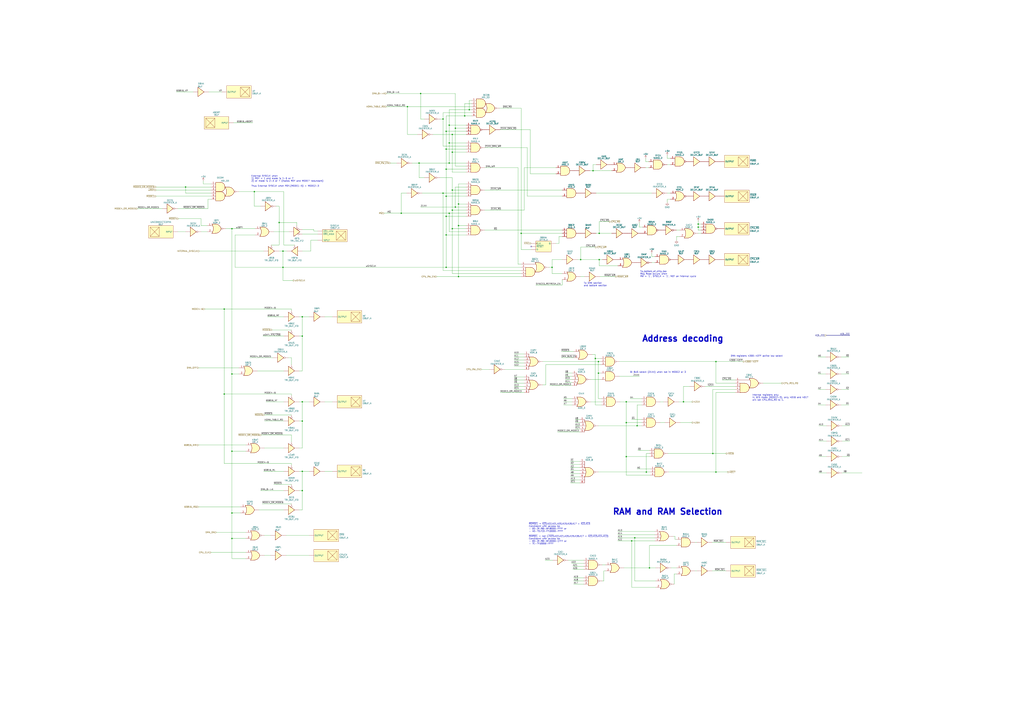
<source format=kicad_sch>
(kicad_sch (version 20230121) (generator eeschema)
  (paper "A1")
  (title_block (title "SNES S-CPU Schematics ") (date "2023-10-21") (rev "0.1") (company "Author: Regis Galland"))
  (junction (at 514.35 330.2))
  (junction (at 492.125 191.77))
  (junction (at 366.395 107.95))
  (junction (at 533.4 466.725))
  (junction (at 371.475 172.72))
  (junction (at 573.405 186.69))
  (junction (at 585.47 372.745))
  (junction (at 366.395 139.065))
  (junction (at 588.01 297.18))
  (junction (at 371.475 110.49))
  (junction (at 190.5 187.96))
  (junction (at 374.015 170.18))
  (junction (at 385.445 90.17))
  (junction (at 381.635 95.25))
  (junction (at 371.475 156.21))
  (junction (at 366.395 219.71))
  (junction (at 523.24 349.885))
  (junction (at 344.17 133.985))
  (junction (at 363.855 158.75))
  (junction (at 229.235 182.88))
  (junction (at 366.395 161.29))
  (junction (at 374.015 105.41))
  (junction (at 232.41 206.375))
  (junction (at 232.41 219.71))
  (junction (at 376.555 227.33))
  (junction (at 476.885 213.36))
  (junction (at 366.395 193.04))
  (junction (at 368.935 117.475))
  (junction (at 453.39 219.71))
  (junction (at 427.99 191.77))
  (junction (at 248.285 330.2))
  (junction (at 368.935 102.87))
  (junction (at 248.285 260.35))
  (junction (at 190.5 307.34))
  (junction (at 248.285 276.225))
  (junction (at 514.35 375.285))
  (junction (at 366.395 177.8))
  (junction (at 184.15 254))
  (junction (at 248.285 346.075))
  (junction (at 208.915 157.48))
  (junction (at 371.475 125.095))
  (junction (at 491.49 306.705))
  (junction (at 334.645 87.63))
  (junction (at 376.555 185.42))
  (junction (at 190.5 421.64))
  (junction (at 248.285 403.225))
  (junction (at 329.565 175.26))
  (junction (at 488.95 294.64))
  (junction (at 366.395 122.555))
  (junction (at 363.855 97.79))
  (junction (at 518.795 444.5))
  (junction (at 248.285 387.35))
  (junction (at 184.15 323.85))
  (junction (at 514.35 347.345))
  (junction (at 371.475 187.96))
  (junction (at 190.5 370.84))
  (junction (at 530.86 387.985))
  (junction (at 492.125 213.36))
  (junction (at 368.935 133.985))
  (junction (at 376.555 167.64))
  (junction (at 561.34 330.2))
  (junction (at 152.4 153.67))
  (junction (at 573.405 184.15))
  (junction (at 368.935 175.26))
  (junction (at 588.01 387.985))
  (junction (at 190.5 442.595))
  (junction (at 491.49 297.18))
  (junction (at 345.44 76.835))
  (junction (at 487.045 140.335))
  (junction (at 521.335 441.96))
  (no_connect (at 436.245 202.565))
  (wire (pts (xy 593.09 312.42) (xy 603.885 312.42)))
  (wire (pts (xy 535.305 215.9) (xy 537.845 215.9)))
  (wire (pts (xy 185.42 187.96) (xy 190.5 187.96)))
  (wire (pts (xy 554.355 440.69) (xy 553.085 440.69)))
  (wire (pts (xy 193.04 193.04) (xy 193.04 219.71)))
  (wire (pts (xy 190.5 370.84) (xy 190.5 421.64)))
  (wire (pts (xy 184.15 323.85) (xy 184.15 381)))
  (wire (pts (xy 239.395 323.85) (xy 239.395 325.12)))
  (wire (pts (xy 368.935 90.17) (xy 385.445 90.17)))
  (wire (pts (xy 239.395 254) (xy 239.395 255.27)))
  (wire (pts (xy 464.185 314.325) (xy 469.9 314.325)))
  (wire (pts (xy 371.475 110.49) (xy 382.905 110.49)))
  (wire (pts (xy 366.395 122.555) (xy 382.905 122.555)))
  (wire (pts (xy 239.395 381) (xy 239.395 382.27)))
  (wire (pts (xy 371.475 187.96) (xy 371.475 172.72)))
  (wire (pts (xy 190.5 187.96) (xy 209.55 187.96)))
  (wire (pts (xy 672.465 362.585) (xy 678.815 362.585)))
  (wire (pts (xy 492.76 227.33) (xy 505.46 227.33)))
  (wire (pts (xy 427.99 205.105) (xy 436.245 205.105)))
  (wire (pts (xy 165.1 185.42) (xy 170.18 185.42)))
  (wire (pts (xy 248.285 346.075) (xy 248.285 368.3)))
  (wire (pts (xy 233.045 157.48) (xy 208.915 157.48)))
  (wire (pts (xy 363.855 97.79) (xy 363.855 120.015)))
  (wire (pts (xy 514.35 330.2) (xy 527.05 330.2)))
  (wire (pts (xy 479.425 462.915) (xy 469.265 462.915)))
  (wire (pts (xy 229.235 206.375) (xy 232.41 206.375)))
  (wire (pts (xy 232.41 219.71) (xy 366.395 219.71)))
  (wire (pts (xy 366.395 193.04) (xy 366.395 177.8)))
  (wire (pts (xy 229.235 182.88) (xy 229.235 201.295)))
  (wire (pts (xy 374.015 136.525) (xy 374.015 105.41)))
  (wire (pts (xy 461.645 213.36) (xy 453.39 213.36)))
  (wire (pts (xy 363.855 120.015) (xy 382.905 120.015)))
  (wire (pts (xy 494.665 464.185) (xy 497.205 464.185)))
  (wire (pts (xy 548.005 163.83) (xy 548.005 166.37)))
  (wire (pts (xy 410.845 322.58) (xy 430.53 322.58)))
  (wire (pts (xy 472.44 344.805) (xy 476.25 344.805)))
  (wire (pts (xy 345.44 76.835) (xy 374.015 76.835)))
  (wire (pts (xy 588.01 297.18) (xy 588.01 314.96)))
  (wire (pts (xy 525.145 182.88) (xy 525.145 186.69)))
  (wire (pts (xy 229.235 201.295) (xy 222.885 201.295)))
  (wire (pts (xy 468.63 386.715) (xy 476.25 386.715)))
  (wire (pts (xy 248.285 260.35) (xy 254 260.35)))
  (wire (pts (xy 245.745 276.225) (xy 248.285 276.225)))
  (wire (pts (xy 537.845 444.5) (xy 518.795 444.5)))
  (wire (pts (xy 450.85 219.71) (xy 453.39 219.71)))
  (wire (pts (xy 533.4 372.745) (xy 530.86 372.745)))
  (wire (pts (xy 533.4 448.31) (xy 555.625 448.31)))
  (wire (pts (xy 371.475 125.095) (xy 371.475 141.605)))
  (wire (pts (xy 173.355 151.13) (xy 167.005 151.13)))
  (wire (pts (xy 588.01 387.985) (xy 588.01 322.58)))
  (wire (pts (xy 266.7 330.2) (xy 273.05 330.2)))
  (wire (pts (xy 317.5 87.63) (xy 334.645 87.63)))
  (wire (pts (xy 245.745 330.2) (xy 248.285 330.2)))
  (wire (pts (xy 374.015 153.67) (xy 382.905 153.67)))
  (wire (pts (xy 173.355 454.025) (xy 201.93 454.025)))
  (wire (pts (xy 315.595 175.26) (xy 329.565 175.26)))
  (wire (pts (xy 672.465 388.62) (xy 678.815 388.62)))
  (wire (pts (xy 248.285 403.225) (xy 248.285 419.1)))
  (wire (pts (xy 334.645 110.49) (xy 342.9 110.49)))
  (wire (pts (xy 514.35 375.285) (xy 514.35 347.345)))
  (wire (pts (xy 570.865 469.265) (xy 572.135 469.265)))
  (wire (pts (xy 549.275 387.985) (xy 588.01 387.985)))
  (wire (pts (xy 535.305 208.28) (xy 535.305 210.82)))
  (wire (pts (xy 190.5 459.105) (xy 201.93 459.105)))
  (wire (pts (xy 422.275 309.88) (xy 430.53 309.88)))
  (wire (pts (xy 472.44 349.885) (xy 476.25 349.885)))
  (wire (pts (xy 215.9 276.225) (xy 233.045 276.225)))
  (wire (pts (xy 366.395 122.555) (xy 366.395 139.065)))
  (wire (pts (xy 425.45 137.795) (xy 425.45 217.17)))
  (wire (pts (xy 385.445 82.55) (xy 387.35 82.55)))
  (wire (pts (xy 226.695 169.545) (xy 229.235 169.545)))
  (wire (pts (xy 398.145 172.72) (xy 430.53 172.72)))
  (wire (pts (xy 671.83 293.37) (xy 678.18 293.37)))
  (wire (pts (xy 190.5 459.105) (xy 190.5 442.595)))
  (wire (pts (xy 366.395 193.04) (xy 366.395 219.71)))
  (wire (pts (xy 558.165 189.23) (xy 555.625 189.23)))
  (wire (pts (xy 461.01 288.925) (xy 471.17 288.925)))
  (wire (pts (xy 248.285 403.225) (xy 245.745 403.225)))
  (wire (pts (xy 550.545 135.255) (xy 548.005 135.255)))
  (wire (pts (xy 561.34 330.2) (xy 568.325 330.2)))
  (wire (pts (xy 237.49 190.5) (xy 224.79 190.5)))
  (wire (pts (xy 491.49 349.885) (xy 523.24 349.885)))
  (wire (pts (xy 579.12 317.5) (xy 603.885 317.5)))
  (wire (pts (xy 464.185 309.245) (xy 469.9 309.245)))
  (wire (pts (xy 468.63 384.175) (xy 476.25 384.175)))
  (wire (pts (xy 489.585 191.77) (xy 492.125 191.77)))
  (wire (pts (xy 671.83 332.74) (xy 678.18 332.74)))
  (wire (pts (xy 588.01 314.96) (xy 603.885 314.96)))
  (wire (pts (xy 527.685 186.69) (xy 525.145 186.69)))
  (wire (pts (xy 245.745 419.1) (xy 248.285 419.1)))
  (wire (pts (xy 448.31 299.72) (xy 448.31 316.23)))
  (wire (pts (xy 523.24 385.445) (xy 534.035 385.445)))
  (wire (pts (xy 395.605 303.53) (xy 401.955 303.53)))
  (wire (pts (xy 584.835 469.265) (xy 596.265 469.265)))
  (wire (pts (xy 550.545 163.83) (xy 548.005 163.83)))
  (wire (pts (xy 422.275 298.45) (xy 430.53 298.45)))
  (wire (pts (xy 345.44 170.18) (xy 374.015 170.18)))
  (wire (pts (xy 573.405 186.69) (xy 573.405 184.15)))
  (wire (pts (xy 461.645 234.315) (xy 461.645 229.87)))
  (wire (pts (xy 435.61 142.875) (xy 435.61 106.68)))
  (wire (pts (xy 523.24 349.885) (xy 527.05 349.885)))
  (wire (pts (xy 211.455 304.8) (xy 233.045 304.8)))
  (wire (pts (xy 366.395 139.065) (xy 366.395 161.29)))
  (wire (pts (xy 626.745 314.96) (xy 641.985 314.96)))
  (wire (pts (xy 177.8 437.515) (xy 201.93 437.515)))
  (wire (pts (xy 382.905 190.5) (xy 368.935 190.5)))
  (wire (pts (xy 234.95 456.565) (xy 254 456.565)))
  (wire (pts (xy 171.45 75.565) (xy 182.245 75.565)))
  (wire (pts (xy 245.745 346.075) (xy 248.285 346.075)))
  (wire (pts (xy 334.645 87.63) (xy 387.35 87.63)))
  (wire (pts (xy 491.49 387.985) (xy 530.86 387.985)))
  (wire (pts (xy 241.935 201.295) (xy 233.045 201.295)))
  (wire (pts (xy 398.145 156.21) (xy 461.645 156.21)))
  (wire (pts (xy 553.72 471.805) (xy 555.625 471.805)))
  (wire (pts (xy 248.285 276.225) (xy 248.285 304.8)))
  (wire (pts (xy 368.935 190.5) (xy 368.935 175.26)))
  (wire (pts (xy 368.935 117.475) (xy 368.935 133.985)))
  (wire (pts (xy 248.285 387.35) (xy 245.745 387.35)))
  (wire (pts (xy 233.045 201.295) (xy 233.045 157.48)))
  (wire (pts (xy 487.045 135.255) (xy 489.585 135.255)))
  (wire (pts (xy 245.745 260.35) (xy 248.285 260.35)))
  (wire (pts (xy 190.5 421.64) (xy 190.5 442.595)))
  (wire (pts (xy 329.565 158.75) (xy 334.01 158.75)))
  (wire (pts (xy 266.7 260.35) (xy 273.05 260.35)))
  (wire (pts (xy 366.395 161.29) (xy 382.905 161.29)))
  (wire (pts (xy 382.905 136.525) (xy 374.015 136.525)))
  (wire (pts (xy 197.485 421.64) (xy 190.5 421.64)))
  (wire (pts (xy 495.935 469.265) (xy 497.205 469.265)))
  (wire (pts (xy 425.45 217.17) (xy 427.99 217.17)))
  (wire (pts (xy 374.015 153.67) (xy 374.015 170.18)))
  (wire (pts (xy 462.915 332.74) (xy 469.9 332.74)))
  (wire (pts (xy 476.25 381.635) (xy 468.63 381.635)))
  (wire (pts (xy 553.72 480.06) (xy 553.72 471.805)))
  (wire (pts (xy 422.275 293.37) (xy 430.53 293.37)))
  (wire (pts (xy 508.635 297.18) (xy 588.01 297.18)))
  (wire (pts (xy 184.15 381) (xy 239.395 381)))
  (wire (pts (xy 208.915 157.48) (xy 208.915 169.545)))
  (wire (pts (xy 527.05 347.345) (xy 514.35 347.345)))
  (wire (pts (xy 433.07 121.285) (xy 398.145 121.285)))
  (wire (pts (xy 374.015 76.835) (xy 374.015 105.41)))
  (wire (pts (xy 422.275 295.91) (xy 430.53 295.91)))
  (wire (pts (xy 190.5 187.96) (xy 190.5 307.34)))
  (wire (pts (xy 462.915 327.66) (xy 469.9 327.66)))
  (wire (pts (xy 453.39 224.79) (xy 461.645 224.79)))
  (wire (pts (xy 697.23 320.04) (xy 690.88 320.04)))
  (wire (pts (xy 165.1 190.5) (xy 170.18 190.5)))
  (wire (pts (xy 146.05 171.45) (xy 170.815 171.45)))
  (wire (pts (xy 193.04 193.04) (xy 209.55 193.04)))
  (wire (pts (xy 371.475 125.095) (xy 382.905 125.095)))
  (wire (pts (xy 492.125 191.77) (xy 502.285 191.77)))
  (wire (pts (xy 366.395 177.8) (xy 382.905 177.8)))
  (wire (pts (xy 374.015 105.41) (xy 382.905 105.41)))
  (wire (pts (xy 232.41 230.505) (xy 240.665 230.505)))
  (wire (pts (xy 385.445 90.17) (xy 387.35 90.17)))
  (wire (pts (xy 217.17 340.995) (xy 239.395 340.995)))
  (wire (pts (xy 550.545 130.175) (xy 548.005 130.175)))
  (wire (pts (xy 530.86 387.985) (xy 534.035 387.985)))
  (wire (pts (xy 239.395 357.505) (xy 239.395 363.22)))
  (wire (pts (xy 376.555 185.42) (xy 376.555 227.33)))
  (wire (pts (xy 512.445 466.725) (xy 533.4 466.725)))
  (wire (pts (xy 514.35 347.345) (xy 514.35 330.2)))
  (wire (pts (xy 532.765 137.795) (xy 530.225 137.795)))
  (wire (pts (xy 537.845 210.82) (xy 535.305 210.82)))
  (wire (pts (xy 173.355 158.75) (xy 152.4 158.75)))
  (wire (pts (xy 248.285 192.405) (xy 260.985 192.405)))
  (wire (pts (xy 435.61 106.68) (xy 410.845 106.68)))
  (wire (pts (xy 168.275 254) (xy 184.15 254)))
  (wire (pts (xy 163.195 365.76) (xy 201.93 365.76)))
  (wire (pts (xy 376.555 167.64) (xy 382.905 167.64)))
  (wire (pts (xy 152.4 158.75) (xy 152.4 153.67)))
  (wire (pts (xy 430.53 137.795) (xy 430.53 172.72)))
  (wire (pts (xy 346.71 158.75) (xy 363.855 158.75)))
  (wire (pts (xy 184.15 323.85) (xy 239.395 323.85)))
  (wire (pts (xy 492.125 218.44) (xy 492.125 213.36)))
  (wire (pts (xy 255.27 206.375) (xy 248.285 206.375)))
  (wire (pts (xy 471.17 480.06) (xy 479.425 480.06)))
  (wire (pts (xy 555.625 443.23) (xy 554.355 443.23)))
  (wire (pts (xy 184.15 323.85) (xy 184.15 254)))
  (wire (pts (xy 476.885 227.33) (xy 480.06 227.33)))
  (wire (pts (xy 456.565 200.025) (xy 459.105 200.025)))
  (wire (pts (xy 575.945 191.77) (xy 573.405 191.77)))
  (wire (pts (xy 205.105 294.005) (xy 224.155 294.005)))
  (wire (pts (xy 427.99 191.77) (xy 427.99 205.105)))
  (wire (pts (xy 533.4 448.31) (xy 533.4 466.725)))
  (wire (pts (xy 697.865 362.585) (xy 691.515 362.585)))
  (wire (pts (xy 414.655 303.53) (xy 430.53 303.53)))
  (wire (pts (xy 453.39 224.79) (xy 453.39 219.71)))
  (wire (pts (xy 523.24 332.74) (xy 527.05 332.74)))
  (wire (pts (xy 488.95 291.465) (xy 486.41 291.465)))
  (wire (pts (xy 422.275 300.99) (xy 430.53 300.99)))
  (wire (pts (xy 493.395 294.64) (xy 488.95 294.64)))
  (wire (pts (xy 491.49 327.66) (xy 494.03 327.66)))
  (wire (pts (xy 558.8 347.345) (xy 568.325 347.345)))
  (wire (pts (xy 485.14 330.2) (xy 494.03 330.2)))
  (wire (pts (xy 232.41 219.71) (xy 232.41 206.375)))
  (wire (pts (xy 381.635 85.09) (xy 387.35 85.09)))
  (wire (pts (xy 488.95 294.64) (xy 488.95 291.465)))
  (wire (pts (xy 433.07 161.29) (xy 433.07 121.285)))
  (wire (pts (xy 257.81 188.595) (xy 257.81 189.865)))
  (wire (pts (xy 366.395 95.25) (xy 381.635 95.25)))
  (wire (pts (xy 248.285 403.225) (xy 248.285 387.35)))
  (wire (pts (xy 368.935 133.985) (xy 382.905 133.985)))
  (wire (pts (xy 427.99 227.33) (xy 376.555 227.33)))
  (wire (pts (xy 485.14 311.785) (xy 493.395 311.785)))
  (wire (pts (xy 348.615 97.79) (xy 345.44 97.79)))
  (wire (pts (xy 381.635 95.25) (xy 387.35 95.25)))
  (wire (pts (xy 471.17 474.98) (xy 479.425 474.98)))
  (wire (pts (xy 329.565 175.26) (xy 368.935 175.26)))
  (wire (pts (xy 462.915 330.2) (xy 469.9 330.2)))
  (wire (pts (xy 448.31 316.23) (xy 445.77 316.23)))
  (wire (pts (xy 382.905 141.605) (xy 371.475 141.605)))
  (wire (pts (xy 248.285 330.2) (xy 248.285 346.075)))
  (wire (pts (xy 255.27 197.485) (xy 255.27 206.375)))
  (wire (pts (xy 575.945 189.23) (xy 573.405 189.23)))
  (wire (pts (xy 548.005 127.635) (xy 548.005 130.175)))
  (wire (pts (xy 363.855 222.25) (xy 427.99 222.25)))
  (bus (pts (xy 678.815 275.59) (xy 697.865 275.59)))
  (wire (pts (xy 459.105 200.025) (xy 459.105 194.31)))
  (wire (pts (xy 371.475 156.21) (xy 371.475 172.72)))
  (wire (pts (xy 376.555 167.64) (xy 376.555 185.42)))
  (wire (pts (xy 427.99 88.9) (xy 427.99 191.77)))
  (wire (pts (xy 219.71 260.35) (xy 233.045 260.35)))
  (wire (pts (xy 533.4 466.725) (xy 538.48 466.725)))
  (wire (pts (xy 672.465 349.885) (xy 678.815 349.885)))
  (wire (pts (xy 588.01 387.985) (xy 597.535 387.985)))
  (wire (pts (xy 691.515 349.885) (xy 697.865 349.885)))
  (wire (pts (xy 170.815 163.83) (xy 173.355 163.83)))
  (wire (pts (xy 548.64 372.745) (xy 585.47 372.745)))
  (wire (pts (xy 493.395 299.72) (xy 448.31 299.72)))
  (wire (pts (xy 213.995 403.225) (xy 233.045 403.225)))
  (wire (pts (xy 468.63 391.795) (xy 476.25 391.795)))
  (wire (pts (xy 507.365 439.42) (xy 537.845 439.42)))
  (wire (pts (xy 366.395 139.065) (xy 382.905 139.065)))
  (wire (pts (xy 382.905 193.04) (xy 366.395 193.04)))
  (wire (pts (xy 427.99 219.71) (xy 366.395 219.71)))
  (wire (pts (xy 464.185 306.705) (xy 469.9 306.705)))
  (wire (pts (xy 472.44 352.425) (xy 476.25 352.425)))
  (wire (pts (xy 447.675 460.375) (xy 454.025 460.375)))
  (wire (pts (xy 257.81 189.865) (xy 260.985 189.865)))
  (wire (pts (xy 232.41 219.71) (xy 232.41 230.505)))
  (wire (pts (xy 317.5 76.835) (xy 345.44 76.835)))
  (wire (pts (xy 338.455 133.985) (xy 344.17 133.985)))
  (wire (pts (xy 533.4 370.205) (xy 523.875 370.205)))
  (wire (pts (xy 488.95 332.74) (xy 494.03 332.74)))
  (wire (pts (xy 584.835 445.77) (xy 596.265 445.77)))
  (wire (pts (xy 561.34 317.5) (xy 566.42 317.5)))
  (wire (pts (xy 430.53 314.96) (xy 422.275 314.96)))
  (wire (pts (xy 229.235 169.545) (xy 229.235 182.88)))
  (wire (pts (xy 371.475 110.49) (xy 371.475 125.095)))
  (wire (pts (xy 217.17 456.565) (xy 222.25 456.565)))
  (wire (pts (xy 248.285 330.2) (xy 254 330.2)))
  (wire (pts (xy 128.27 156.21) (xy 173.355 156.21)))
  (wire (pts (xy 514.35 390.525) (xy 514.35 375.285)))
  (wire (pts (xy 537.845 441.96) (xy 521.335 441.96)))
  (wire (pts (xy 344.17 133.985) (xy 368.935 133.985)))
  (wire (pts (xy 363.855 158.75) (xy 363.855 222.25)))
  (wire (pts (xy 361.315 97.79) (xy 363.855 97.79)))
  (wire (pts (xy 588.01 322.58) (xy 603.885 322.58)))
  (wire (pts (xy 491.49 297.18) (xy 493.395 297.18)))
  (wire (pts (xy 691.515 388.62) (xy 708.025 388.62)))
  (wire (pts (xy 461.01 294.005) (xy 471.17 294.005)))
  (wire (pts (xy 196.215 157.48) (xy 208.915 157.48)))
  (wire (pts (xy 471.17 477.52) (xy 479.425 477.52)))
  (wire (pts (xy 374.015 170.18) (xy 382.905 170.18)))
  (wire (pts (xy 410.21 88.9) (xy 427.99 88.9)))
  (wire (pts (xy 381.635 95.25) (xy 381.635 85.09)))
  (wire (pts (xy 494.665 477.52) (xy 495.935 477.52)))
  (wire (pts (xy 223.52 271.145) (xy 239.395 271.145)))
  (wire (pts (xy 218.44 330.2) (xy 233.045 330.2)))
  (wire (pts (xy 245.745 304.8) (xy 248.285 304.8)))
  (wire (pts (xy 671.83 320.04) (xy 678.18 320.04)))
  (wire (pts (xy 422.275 312.42) (xy 430.53 312.42)))
  (wire (pts (xy 113.03 171.45) (xy 133.35 171.45)))
  (wire (pts (xy 128.27 161.29) (xy 173.355 161.29)))
  (wire (pts (xy 173.355 153.67) (xy 152.4 153.67)))
  (wire (pts (xy 217.17 440.055) (xy 222.25 440.055)))
  (wire (pts (xy 361.315 146.05) (xy 371.475 146.05)))
  (wire (pts (xy 466.725 460.375) (xy 479.425 460.375)))
  (wire (pts (xy 207.645 100.965) (xy 191.77 100.965)))
  (wire (pts (xy 518.795 482.6) (xy 538.48 482.6)))
  (wire (pts (xy 476.25 396.875) (xy 468.63 396.875)))
  (wire (pts (xy 491.49 306.705) (xy 491.49 297.18)))
  (wire (pts (xy 212.725 419.1) (xy 233.045 419.1)))
  (wire (pts (xy 366.395 107.95) (xy 366.395 95.25)))
  (wire (pts (xy 697.865 375.285) (xy 691.515 375.285)))
  (wire (pts (xy 232.41 206.375) (xy 235.585 206.375)))
  (wire (pts (xy 487.045 140.335) (xy 502.285 140.335)))
  (wire (pts (xy 165.1 179.705) (xy 165.1 185.42)))
  (wire (pts (xy 382.905 102.87) (xy 368.935 102.87)))
  (wire (pts (xy 484.505 140.335) (xy 487.045 140.335)))
  (wire (pts (xy 433.07 161.29) (xy 461.645 161.29)))
  (wire (pts (xy 376.555 167.64) (xy 376.555 151.13)))
  (wire (pts (xy 517.525 327.66) (xy 527.05 327.66)))
  (wire (pts (xy 671.83 307.34) (xy 678.18 307.34)))
  (wire (pts (xy 248.285 188.595) (xy 257.81 188.595)))
  (wire (pts (xy 371.475 224.79) (xy 371.475 187.96)))
  (wire (pts (xy 551.18 466.725) (xy 555.625 466.725)))
  (wire (pts (xy 368.935 175.26) (xy 382.905 175.26)))
  (wire (pts (xy 363.855 97.79) (xy 363.855 92.71)))
  (wire (pts (xy 146.05 190.5) (xy 152.4 190.5)))
  (wire (pts (xy 371.475 172.72) (xy 382.905 172.72)))
  (wire (pts (xy 573.405 189.23) (xy 573.405 186.69)))
  (wire (pts (xy 234.95 440.055) (xy 254 440.055)))
  (wire (pts (xy 146.685 179.705) (xy 165.1 179.705)))
  (wire (pts (xy 368.935 102.87) (xy 368.935 90.17)))
  (wire (pts (xy 468.63 389.255) (xy 476.25 389.255)))
  (wire (pts (xy 596.265 372.745) (xy 585.47 372.745)))
  (wire (pts (xy 491.49 327.66) (xy 491.49 306.705)))
  (wire (pts (xy 530.225 130.175) (xy 530.225 132.715)))
  (wire (pts (xy 366.395 122.555) (xy 366.395 107.95)))
  (wire (pts (xy 697.23 293.37) (xy 690.88 293.37)))
  (wire (pts (xy 558.165 194.31) (xy 555.625 194.31)))
  (wire (pts (xy 532.765 132.715) (xy 530.225 132.715)))
  (wire (pts (xy 492.125 218.44) (xy 507.365 218.44)))
  (wire (pts (xy 544.83 330.2) (xy 542.29 330.2)))
  (wire (pts (xy 190.5 307.34) (xy 190.5 370.84)))
  (wire (pts (xy 575.945 184.15) (xy 573.405 184.15)))
  (wire (pts (xy 422.275 290.83) (xy 430.53 290.83)))
  (wire (pts (xy 489.585 158.75) (xy 535.305 158.75)))
  (wire (pts (xy 344.17 146.05) (xy 344.17 133.985)))
  (wire (pts (xy 523.24 349.885) (xy 523.24 332.74)))
  (wire (pts (xy 507.365 436.88) (xy 537.845 436.88)))
  (wire (pts (xy 470.535 465.455) (xy 479.425 465.455)))
  (wire (pts (xy 487.045 140.335) (xy 487.045 135.255)))
  (wire (pts (xy 184.15 254) (xy 239.395 254)))
  (wire (pts (xy 371.475 146.05) (xy 371.475 156.21)))
  (wire (pts (xy 468.63 394.335) (xy 476.25 394.335)))
  (wire (pts (xy 216.535 387.35) (xy 233.045 387.35)))
  (wire (pts (xy 459.105 194.31) (xy 461.645 194.31)))
  (wire (pts (xy 190.5 370.84) (xy 201.93 370.84)))
  (wire (pts (xy 457.835 354.965) (xy 476.25 354.965)))
  (wire (pts (xy 561.34 317.5) (xy 561.34 330.2)))
  (wire (pts (xy 224.79 398.145) (xy 239.395 398.145)))
  (wire (pts (xy 555.625 194.31) (xy 555.625 197.485)))
  (wire (pts (xy 572.135 445.77) (xy 570.865 445.77)))
  (wire (pts (xy 398.145 137.795) (xy 425.45 137.795)))
  (wire (pts (xy 476.885 203.2) (xy 488.95 203.2)))
  (wire (pts (xy 345.44 97.79) (xy 345.44 76.835)))
  (wire (pts (xy 470.535 467.995) (xy 479.425 467.995)))
  (wire (pts (xy 585.47 320.04) (xy 603.885 320.04)))
  (wire (pts (xy 382.905 187.96) (xy 371.475 187.96)))
  (wire (pts (xy 214.63 357.505) (xy 239.395 357.505)))
  (wire (pts (xy 236.855 294.005) (xy 239.395 294.005)))
  (wire (pts (xy 233.045 368.3) (xy 217.17 368.3)))
  (wire (pts (xy 476.885 213.36) (xy 474.345 213.36)))
  (wire (pts (xy 376.555 151.13) (xy 382.905 151.13)))
  (wire (pts (xy 190.5 307.34) (xy 196.215 307.34)))
  (wire (pts (xy 344.17 146.05) (xy 348.615 146.05)))
  (wire (pts (xy 514.35 375.285) (xy 533.4 375.285)))
  (wire (pts (xy 527.05 344.805) (xy 518.795 344.805)))
  (wire (pts (xy 371.475 224.79) (xy 427.99 224.79)))
  (wire (pts (xy 128.27 153.67) (xy 152.4 153.67)))
  (wire (pts (xy 690.88 307.34) (xy 697.23 307.34)))
  (wire (pts (xy 239.395 294.005) (xy 239.395 299.72)))
  (wire (pts (xy 554.355 443.23) (xy 554.355 440.69)))
  (wire (pts (xy 217.17 346.075) (xy 233.045 346.075)))
  (wire (pts (xy 329.565 158.75) (xy 329.565 175.26)))
  (wire (pts (xy 488.95 294.64) (xy 488.95 332.74)))
  (wire (pts (xy 476.885 203.2) (xy 476.885 213.36)))
  (wire (pts (xy 476.885 213.36) (xy 492.125 213.36)))
  (wire (pts (xy 435.61 142.875) (xy 456.565 142.875)))
  (wire (pts (xy 355.6 110.49) (xy 371.475 110.49)))
  (wire (pts (xy 144.78 75.565) (xy 158.75 75.565)))
  (wire (pts (xy 320.675 133.985) (xy 325.755 133.985)))
  (wire (pts (xy 163.195 416.56) (xy 197.485 416.56)))
  (wire (pts (xy 387.35 92.71) (xy 363.855 92.71)))
  (wire (pts (xy 678.815 375.285) (xy 672.465 375.285)))
  (wire (pts (xy 273.05 387.35) (xy 266.7 387.35)))
  (wire (pts (xy 453.39 213.36) (xy 453.39 219.71)))
  (wire (pts (xy 521.335 441.96) (xy 521.335 477.52)))
  (wire (pts (xy 461.645 234.315) (xy 440.055 234.315)))
  (wire (pts (xy 368.935 102.87) (xy 368.935 117.475)))
  (wire (pts (xy 530.86 387.985) (xy 530.86 372.745)))
  (wire (pts (xy 430.53 320.04) (xy 422.275 320.04)))
  (wire (pts (xy 492.125 182.245) (xy 492.125 191.77)))
  (wire (pts (xy 398.145 189.23) (xy 461.645 189.23)))
  (wire (pts (xy 229.235 182.88) (xy 243.84 182.88)))
  (wire (pts (xy 366.395 107.95) (xy 382.905 107.95)))
  (wire (pts (xy 476.25 347.345) (xy 472.44 347.345)))
  (wire (pts (xy 167.005 148.59) (xy 167.005 151.13)))
  (wire (pts (xy 445.77 297.18) (xy 491.49 297.18)))
  (wire (pts (xy 534.035 390.525) (xy 514.35 390.525)))
  (wire (pts (xy 190.5 442.595) (xy 201.93 442.595)))
  (wire (pts (xy 508.635 309.245) (xy 525.145 309.245)))
  (wire (pts (xy 385.445 90.17) (xy 385.445 82.55)))
  (wire (pts (xy 376.555 227.33) (xy 358.775 227.33)))
  (wire (pts (xy 215.265 414.02) (xy 239.395 414.02)))
  (wire (pts (xy 368.935 117.475) (xy 382.905 117.475)))
  (wire (pts (xy 575.945 186.69) (xy 573.405 186.69)))
  (wire (pts (xy 550.545 158.75) (xy 548.005 158.75)))
  (wire (pts (xy 500.38 182.245) (xy 492.125 182.245)))
  (wire (pts (xy 363.855 158.75) (xy 382.905 158.75)))
  (wire (pts (xy 464.185 311.785) (xy 469.9 311.785)))
  (wire (pts (xy 248.285 387.35) (xy 254 387.35)))
  (wire (pts (xy 495.935 469.265) (xy 495.935 477.52)))
  (wire (pts (xy 216.535 206.375) (xy 163.83 206.375)))
  (wire (pts (xy 255.27 197.485) (xy 260.985 197.485)))
  (wire (pts (xy 690.88 332.74) (xy 697.23 332.74)))
  (wire (pts (xy 468.63 379.095) (xy 476.25 379.095)))
  (wire (pts (xy 170.815 163.83) (xy 170.815 171.45)))
  (wire (pts (xy 243.84 185.42) (xy 243.84 182.88)))
  (wire (pts (xy 507.365 444.5) (xy 518.795 444.5)))
  (wire (pts (xy 422.275 317.5) (xy 430.53 317.5)))
  (wire (pts (xy 427.99 191.77) (xy 461.645 191.77)))
  (wire (pts (xy 491.49 306.705) (xy 493.395 306.705)))
  (wire (pts (xy 430.53 137.795) (xy 456.565 137.795)))
  (wire (pts (xy 561.34 330.2) (xy 557.53 330.2)))
  (wire (pts (xy 245.745 368.3) (xy 248.285 368.3)))
  (wire (pts (xy 382.905 156.21) (xy 371.475 156.21)))
  (wire (pts (xy 248.285 260.35) (xy 248.285 276.225)))
  (wire (pts (xy 492.125 213.36) (xy 494.665 213.36)))
  (wire (pts (xy 542.29 347.345) (xy 546.1 347.345)))
  (wire (pts (xy 588.01 297.18) (xy 610.235 297.18)))
  (wire (pts (xy 451.485 316.865) (xy 469.9 316.865)))
  (wire (pts (xy 163.195 302.26) (xy 196.215 302.26)))
  (wire (pts (xy 521.335 477.52) (xy 538.48 477.52)))
  (wire (pts (xy 382.905 185.42) (xy 376.555 185.42)))
  (wire (pts (xy 573.405 181.61) (xy 573.405 184.15)))
  (wire (pts (xy 193.04 219.71) (xy 232.41 219.71)))
  (wire (pts (xy 334.645 87.63) (xy 334.645 110.49)))
  (wire (pts (xy 507.365 441.96) (xy 521.335 441.96)))
  (wire (pts (xy 509.27 330.2) (xy 514.35 330.2)))
  (wire (pts (xy 518.795 482.6) (xy 518.795 444.5)))
  (wire (pts (xy 366.395 161.29) (xy 366.395 177.8)))
  (wire (pts (xy 585.47 372.745) (xy 585.47 320.04)))
  (wire (pts (xy 208.915 169.545) (xy 213.995 169.545)))
  (text "External SYSCLK when \n1) RDY = 1 and mode is 1-5 or 7\n2) or mode is 2-3 or 7 (makes RDY and MODE7 redundant)\n\nThus External SYSCLK when RDY.(MODE1-5) + MODE2-3" (at 206.375 153.67 0) (effects (font (size 1.27 1.27)) (justify left bottom)))
  (text "Address decoding" (at 527.05 281.305 0) (effects (font (size 5 5) (thickness 1) bold) (justify left bottom)))
  (text "Internal registers only\nIn NES mode (MODE2-3), only 4016 and 4017\nwill set CPU_REG_RD to 1. " (at 617.855 329.565 0) (effects (font (size 1.27 1.27)) (justify left bottom)))
  (text "To_bottom_of_chip_too\nReg Read occurs when \nRW = '1', SYSCLK = '1', NOT an internal cycle\n" (at 525.78 227.965 0) (effects (font (size 1.27 1.27)) (justify left bottom)))
  (text "RAM and RAM Selection" (at 502.92 423.545 0) (effects (font (size 5 5) (thickness 1) bold) (justify left bottom)))
  (text "DMA registers 4300-437F active low select" (at 600.075 293.37 0) (effects (font (size 1.27 1.27)) (justify left bottom)))
  (text "To DMA section\nand bottom section" (at 479.425 235.585 0) (effects (font (size 1.27 1.27)) (justify left bottom)))
  (text "B-BUS select (21XX) when not in MODE2 or 3" (at 517.525 306.705 0) (effects (font (size 1.27 1.27)) (justify left bottom)))
  (text "~{ROMSEL} = ~{A23}.A22.A21.A20.A19.A18.A17 + ~{A22}.~{A15}\nConsistent with access to:\n- 00-3F/80-BF:8000-FFFF or\n- 40-7D/C0-FF:0000-FFFF\n\n~{RAMSEL} = not (~{/A23}.A22.A21.A20.A19.A18.A17 + ~{A22}.~{A15}.~{A14}.~{A13})\nConsistent with access to:\n- 00-3F/80-BF:0000-1FFF or\n- 7E-7F:0000-FFFF" (at 434.34 447.675 0) (effects (font (size 1.27 1.27)) (justify left bottom)))
  (label "wSYSCLK" (at 300.355 219.71 0))
  (label "~{A8}" (at 464.185 306.705 0))
  (label "A10" (at 422.275 290.83 0))
  (label "~{MAWK_WR}" (at 505.46 227.33 180))
  (label "A15" (at 507.365 441.96 0))
  (label "A9" (at 672.465 375.285 0))
  (label "65816_VP" (at 144.78 75.565 0))
  (label "~{21XX_RD}" (at 411.48 172.72 180))
  (label "~{A2}" (at 468.63 381.635 0))
  (label "A8" (at 672.465 388.62 0))
  (label "~{MODE5}" (at 461.01 288.925 0))
  (label "~{DMA_BUS_EN}" (at 461.01 294.005 0))
  (label "~{A1}" (at 468.63 379.095 0))
  (label "~{A4}" (at 468.63 386.715 0))
  (label "~{RAM_SEL}" (at 594.36 445.77 180))
  (label "A11" (at 422.275 293.37 0))
  (label "~{A4}" (at 697.23 332.74 180))
  (label "21XX" (at 525.145 309.245 180))
  (label "A14" (at 507.365 439.42 0))
  (label "~{A8}" (at 422.275 312.42 0))
  (label "MODE2_OR_MODE3" (at 410.845 322.58 0))
  (label "~{21XX_DMA_RD}" (at 410.845 106.68 0))
  (label "~{A14}" (at 697.865 362.585 180))
  (label "~{A2}" (at 697.23 320.04 180))
  (label "MODE4-6" (at 211.455 381 0))
  (label "~{21XX_DMA_WR}" (at 398.145 121.285 0))
  (label "65816_XF" (at 218.44 330.2 0))
  (label "A1" (at 671.83 307.34 0))
  (label "65816_MF" (at 219.71 260.35 0))
  (label "A23" (at 447.675 460.375 0))
  (label "~{RD}" (at 408.305 189.23 180))
  (label "A9" (at 464.185 309.245 0))
  (label "A5" (at 462.915 327.66 0))
  (label "MODE4-6" (at 217.17 323.85 0))
  (label "SYNCED_REFRESH_EN" (at 440.055 234.315 0))
  (label "A8" (at 472.44 344.805 0))
  (label "A20" (at 470.535 467.995 0))
  (label "~{A1}" (at 697.23 307.34 180))
  (label "~{421X}" (at 586.105 317.5 180))
  (label "65816_ML" (at 216.535 387.35 0))
  (label "A0" (at 523.24 385.445 0))
  (label "wOATI_~{XIN{slash}256}" (at 215.9 276.225 0))
  (label "A3" (at 468.63 384.175 0))
  (label "~{A0}" (at 523.875 370.205 0))
  (label "A15" (at 422.275 298.45 0))
  (label "~{21XX_WR}" (at 411.48 156.21 180))
  (label "~{CPU_RD}" (at 500.38 182.245 180))
  (label "A21" (at 470.535 465.455 0))
  (label "MODE4_OR_MODE5" (at 205.105 294.005 0))
  (label "~{MODE5}" (at 217.17 340.995 0))
  (label "~{A8}" (at 692.785 388.62 0))
  (label "~{MODE4_OR_MODE6}" (at 215.265 414.02 0))
  (label "A8" (at 468.63 389.255 0))
  (label "A7" (at 462.915 332.74 0))
  (label "A4" (at 671.83 332.74 0))
  (label "MODE2_OR_MODE3" (at 451.485 316.865 0))
  (label "A0" (at 671.83 293.37 0))
  (label "~{4300-437F}" (at 610.235 297.18 180))
  (label "~{A14}" (at 472.44 352.425 0))
  (label "R~{W}" (at 318.135 175.26 0))
  (label "~{A14}" (at 422.275 320.04 0))
  (label "~{A13}" (at 464.185 311.785 0))
  (label "A22" (at 507.365 444.5 0))
  (label "A7" (at 422.275 309.88 0))
  (label "~{A9}" (at 472.44 347.345 0))
  (label "~{A9}" (at 422.275 314.96 0))
  (label "A14" (at 464.185 314.325 0))
  (label "A6" (at 462.915 330.2 0))
  (label "A13" (at 507.365 436.88 0))
  (label "A4" (at 517.525 327.66 0))
  (label "HDMA_TABLE_RD" (at 317.5 87.63 0))
  (label "A13" (at 472.44 349.885 0))
  (label "~{A14}" (at 468.63 396.875 0))
  (label "A14" (at 672.465 362.585 0))
  (label "~{A4}" (at 518.795 344.805 0))
  (label "DMA_WR" (at 398.78 137.795 0))
  (label "DMA_B->A" (at 317.5 76.835 0))
  (label "A12" (at 422.275 295.91 0))
  (label "~{A9}" (at 697.865 375.285 180))
  (label "~{ROM_SEL}" (at 595.63 469.265 180))
  (label "A13" (at 468.63 394.335 0))
  (label "21XX" (at 345.44 170.18 0))
  (label "VP" (at 182.245 75.565 180))
  (label "MODE4-6" (at 217.17 254 0))
  (label "MODE4_OR_MODE5" (at 113.03 171.45 0))
  (label "~{MODE5}" (at 224.79 398.145 0))
  (label "~{DMA_RD}" (at 420.37 88.9 180))
  (label "HDMA_TABLE_RD" (at 217.17 346.075 0))
  (label "~{MODE4_OR_MODE5}" (at 150.495 171.45 0))
  (label "A2" (at 671.83 320.04 0))
  (label "~{CPU_RD}" (at 593.09 312.42 0))
  (label "A9" (at 468.63 391.795 0))
  (label "A[0..23]" (at 697.865 275.59 180))
  (label "~{MODE4_OR_MODE6}" (at 214.63 357.505 0))
  (label "~{A13}" (at 697.865 349.885 180))
  (label "~{A0}" (at 697.23 293.37 180))
  (label "A22" (at 422.275 300.99 0))
  (label "A17" (at 471.17 480.06 0))
  (label "A22" (at 469.265 462.915 0))
  (label "DMA_B->A" (at 213.995 403.225 0))
  (label "MODE2_OR_MODE3" (at 457.835 354.965 0))
  (label "A13" (at 422.275 317.5 0))
  (label "A13" (at 672.465 349.885 0))
  (label "A18" (at 471.17 477.52 0))
  (label "wIBPY" (at 193.675 187.96 0))
  (label "65816_ABORT" (at 207.645 100.965 180))
  (label "~{CPU_WR}" (at 488.95 203.2 180))
  (label "A19" (at 471.17 474.98 0))
  (hierarchical_label "DMA_OFF" (shape input) (at 163.195 302.26 180))
  (hierarchical_label "~{DMA_RW_EN}" (shape input) (at 320.675 133.985 180))
  (hierarchical_label "~{4017}" (shape output) (at 597.535 387.985 0))
  (hierarchical_label "INTERNAL_SYSCLK" (shape input) (at 163.83 206.375 180))
  (hierarchical_label "DMA_B->A" (shape input) (at 317.5 76.835 180))
  (hierarchical_label "DMA_ON" (shape input) (at 177.8 437.515 180))
  (hierarchical_label "420X" (shape output) (at 568.325 347.345 0))
  (hierarchical_label "~{MAWK_WR}" (shape output) (at 505.46 227.33 0))
  (hierarchical_label "~{wRDY}" (shape input) (at 128.27 156.21 180))
  (hierarchical_label "CPU_RW_EN" (shape input) (at 395.605 303.53 180))
  (hierarchical_label "~{MODE1}" (shape input) (at 128.27 161.29 180))
  (hierarchical_label "~{MODE4_OR_MODE6}" (shape input) (at 214.63 357.505 180))
  (hierarchical_label "wSYSCLK" (shape output) (at 240.665 230.505 0))
  (hierarchical_label "~{MODE6}" (shape input) (at 223.52 271.145 180))
  (hierarchical_label "~{CPU_WR}" (shape output) (at 488.95 203.2 0))
  (hierarchical_label "~{XIN1}" (shape input) (at 436.245 200.025 180))
  (hierarchical_label "CPU_CLK" (shape input) (at 173.355 454.025 180))
  (hierarchical_label "R~{W}" (shape input) (at 315.595 175.26 180))
  (hierarchical_label "MODE4-6" (shape input) (at 168.275 254 180))
  (hierarchical_label "65816_NMI" (shape input) (at 163.195 365.76 180))
  (hierarchical_label "~{4016}" (shape output) (at 596.265 372.745 0))
  (hierarchical_label "A[0..23]" (shape input) (at 678.815 275.59 180))
  (hierarchical_label "~{MODE4}" (shape input) (at 146.685 179.705 180))
  (hierarchical_label "~{4300-437F}" (shape output) (at 610.235 297.18 0))
  (hierarchical_label "~{MODE0_OR_MODE6}" (shape input) (at 128.27 153.67 180))
  (hierarchical_label "~{MODE5}" (shape input) (at 217.17 340.995 180))
  (hierarchical_label "CPU_REG_RD" (shape output) (at 641.985 314.96 0))
  (hierarchical_label "65816_IRQ" (shape input) (at 163.195 416.56 180))
  (hierarchical_label "CPU_RW_EN" (shape input) (at 358.775 227.33 180))
  (hierarchical_label "~{CPU_RD}" (shape output) (at 500.38 182.245 0))
  (hierarchical_label "421X" (shape output) (at 568.325 330.2 0))
  (hierarchical_label "HDMA_TABLE_RD" (shape input) (at 317.5 87.63 180))
  (hierarchical_label "MODE4_OR_MODE5" (shape input) (at 113.03 171.45 180))
  (symbol (lib_id "Ricoh_Cells:TRI_BUF_IF0") (at 239.395 403.225 0) (unit 1)
    (property "Reference" "OCIS" (at 239.395 408.7575 0))
    (property "Value" "TRI_BUF_IF0" (at 239.395 410.845 0))
    (property "Datasheet" "http://iceboy.a-singer.de/doc/dmg_cells.html#tri_buf_if0" (effects hide))
  )
  (symbol (lib_id "Ricoh_Cells:NAND_2") (at 540.385 135.255 0) (unit 1)
    (property "Reference" "FFCV" (at 540.3712 127.865 0))
    (property "Value" "NAND_2" (at 540.3712 129.913 0))
    (property "Datasheet" "http://iceboy.a-singer.de/doc/dmg_cells.html#nand2" (effects hide))
  )
  (symbol (lib_id "Ricoh_Cells:TRI_BUF_IF0") (at 239.395 260.35 0) (unit 1)
    (property "Reference" "HBGC" (at 239.395 265.8825 0))
    (property "Value" "TRI_BUF_IF0" (at 239.395 267.97 0))
    (property "Datasheet" "http://iceboy.a-singer.de/doc/dmg_cells.html#tri_buf_if0" (effects hide))
  )
  (symbol (lib_id "Ricoh_Cells:INVERTER_A") (at 572.77 317.5 0) (unit 1)
    (property "Reference" "FBBC" (at 572.77 310.6801 0))
    (property "Value" "INVERTER_A" (at 572.77 313.055 0))
    (property "Datasheet" "http://iceboy.a-singer.de/doc/dmg_cells.html#inv_a" (effects hide))
  )
  (symbol (lib_id "Ricoh_Cells:BUF") (at 260.35 260.35 0) (unit 1)
    (property "Reference" "DBPI" (at 260.35 253.5301 0))
    (property "Value" "BUF" (at 259.715 255.905 0))
    (property "Datasheet" "http://iceboy.a-singer.de/doc/dmg_cells.html#inv_a" (effects hide))
  )
  (symbol (lib_id "Ricoh_Cells:OR_2") (at 504.825 466.725 0) (unit 1)
    (property "Reference" "BALC" (at 504.8248 459.9051 0))
    (property "Value" "OR_2" (at 504.8248 461.8261 0))
    (property "Datasheet" "http://iceboy.a-singer.de/doc/dmg_cells.html#or2" (effects hide))
  )
  (symbol (lib_id "Ricoh_Cells:BUF") (at 483.235 158.75 0) (unit 1)
    (property "Reference" "BABK" (at 483.235 151.9301 0))
    (property "Value" "BUF" (at 483.235 153.67 0))
    (property "Datasheet" "http://www.ti.com/lit/ds/symlink/cd4010b-q1.pdf" (effects hide))
  )
  (symbol (lib_id "Ricoh_Cells:INVERTER_A") (at 684.53 320.04 0) (unit 1)
    (property "Reference" "EBMJ" (at 684.53 313.2201 0))
    (property "Value" "INVERTER_A" (at 684.53 315.1411 0))
    (property "Datasheet" "http://iceboy.a-singer.de/doc/dmg_cells.html#inv_a" (effects hide))
  )
  (symbol (lib_id "Ricoh_Cells:INVERTER_A") (at 354.965 146.05 0) (unit 1)
    (property "Reference" "BBXY" (at 354.965 139.2301 0))
    (property "Value" "INVERTER_A" (at 354.965 141.1511 0))
    (property "Datasheet" "http://iceboy.a-singer.de/doc/dmg_cells.html#inv_a" (effects hide))
  )
  (symbol (lib_id "Ricoh_Cells:INVERTER_A") (at 332.105 133.985 0) (unit 1)
    (property "Reference" "DCIN" (at 332.105 127.1651 0))
    (property "Value" "INVERTER_A" (at 332.105 129.0861 0))
    (property "Datasheet" "http://iceboy.a-singer.de/doc/dmg_cells.html#inv_a" (effects hide))
  )
  (symbol (lib_id "Ricoh_Cells:OBUF_A") (at 605.155 187.96 0) (mirror y) (unit 1)
    (property "Reference" "~{CPU_RD}" (at 615.95 187.3163 0) (effects (justify right)))
    (property "Value" "OBUF_A" (at 615.95 189.8469 0) (effects (justify right)))
  )
  (symbol (lib_id "Ricoh_Cells:NAND_5") (at 390.525 156.21 0) (unit 1)
    (property "Reference" "BBZQ" (at 390.5112 147.55 0))
    (property "Value" "NAND_5" (at 390.5112 149.598 0))
    (property "Datasheet" "http://iceboy.a-singer.de/doc/dmg_cells.html#nand5" (effects hide))
  )
  (symbol (lib_id "Ricoh_Cells:OR_2") (at 478.79 291.465 0) (unit 1)
    (property "Reference" "LBQM" (at 478.7898 284.6451 0))
    (property "Value" "OR_2" (at 478.7898 286.5661 0))
    (property "Datasheet" "http://iceboy.a-singer.de/doc/dmg_cells.html#or2" (effects hide))
  )
  (symbol (lib_id "Ricoh_Cells:DELAY_BUF") (at 572.135 161.29 0) (unit 1)
    (property "Reference" "DFAF" (at 572.135 153.9 0))
    (property "Value" "DELAY_BUF" (at 572.135 155.948 0))
  )
  (symbol (lib_id "Ricoh_Cells:INVERTER_A") (at 460.375 460.375 0) (unit 1)
    (property "Reference" "CAEI" (at 460.375 453.5551 0))
    (property "Value" "INVERTER_A" (at 460.375 455.4761 0))
    (property "Datasheet" "http://iceboy.a-singer.de/doc/dmg_cells.html#inv_a" (effects hide))
  )
  (symbol (lib_id "Ricoh_Cells:AND_2") (at 563.245 445.77 0) (unit 1)
    (property "Reference" "BAGU" (at 563.2312 438.9501 0))
    (property "Value" "AND_2" (at 563.2312 440.8711 0))
    (property "Datasheet" "http://iceboy.a-singer.de/doc/dmg_cells.html#and2" (effects hide))
  )
  (symbol (lib_id "Ricoh_Cells:OBUF_A") (at 287.02 387.35 0) (mirror y) (unit 1)
    (property "Reference" "~{ML}" (at 297.815 386.7063 0) (effects (justify right)))
    (property "Value" "OBUF_A" (at 297.815 389.2369 0) (effects (justify right)))
  )
  (symbol (lib_id "Ricoh_Cells:INVERTER_A") (at 220.345 169.545 0) (unit 1)
    (property "Reference" "JBRX" (at 220.345 162.7251 0))
    (property "Value" "INVERTER_A" (at 220.345 164.6461 0))
    (property "Datasheet" "http://iceboy.a-singer.de/doc/dmg_cells.html#inv_a" (effects hide))
  )
  (symbol (lib_id "Ricoh_Cells:INVERTER_A") (at 340.36 158.75 0) (unit 1)
    (property "Reference" "BBYP" (at 340.36 151.9301 0))
    (property "Value" "INVERTER_A" (at 340.36 153.8511 0))
    (property "Datasheet" "http://iceboy.a-singer.de/doc/dmg_cells.html#inv_a" (effects hide))
  )
  (symbol (lib_id "power:GND") (at 555.625 197.485 0) (unit 1)
    (property "Reference" "#PWR03" (effects hide))
    (property "Value" "GND" (at 555.625 201.6205 0))
    (instances (project "S-CPU" (path "" (reference "#PWR03") (unit 1)) (path "" (reference "#PWR010") (unit 1))))
  )
  (symbol (lib_id "Ricoh_Cells:TRI_BUF_IF0") (at 239.395 419.1 0) (unit 1)
    (property "Reference" "OCBU" (at 239.395 424.6325 0))
    (property "Value" "TRI_BUF_IF0" (at 239.395 426.72 0))
    (property "Datasheet" "http://iceboy.a-singer.de/doc/dmg_cells.html#tri_buf_if0" (effects hide))
  )
  (symbol (lib_id "Ricoh_Cells:BUF") (at 486.41 227.33 0) (unit 1)
    (property "Reference" "MAWK" (at 486.41 220.5101 0))
    (property "Value" "BUF" (at 486.41 222.25 0))
    (property "Datasheet" "http://www.ti.com/lit/ds/symlink/cd4010b-q1.pdf" (effects hide))
  )
  (symbol (lib_id "Ricoh_Cells:NAND_3") (at 541.02 372.745 0) (unit 1)
    (property "Reference" "BASL" (at 541.0062 365.9251 0))
    (property "Value" "NAND_3" (at 541.0062 367.8461 0))
    (property "Datasheet" "http://iceboy.a-singer.de/doc/dmg_cells.html#nand3" (effects hide))
  )
  (symbol (lib_id "Ricoh_Cells:AND_2") (at 464.185 140.335 0) (unit 1)
    (property "Reference" "AAHT" (at 464.1767 133.5151 0))
    (property "Value" "AND_2" (at 464.185 135.255 0))
    (property "Datasheet" "http://iceboy.a-singer.de/doc/dmg_cells.html#and2" (effects hide))
  )
  (symbol (lib_id "Ricoh_Cells:BUF") (at 578.485 469.265 0) (unit 1)
    (property "Reference" "AABC" (at 578.485 462.4451 0))
    (property "Value" "BUF" (at 577.85 464.82 0))
    (property "Datasheet" "http://iceboy.a-singer.de/doc/dmg_cells.html#inv_a" (effects hide))
  )
  (symbol (lib_id "power:+5V") (at 167.005 148.59 0) (unit 1)
    (property "Reference" "#PWR07" (effects hide))
    (property "Value" "+5V" (at 167.005 145.0881 0))
    (instances (project "S-CPU" (path "" (reference "#PWR07") (unit 1)) (path "" (reference "#PWR01") (unit 1))))
  )
  (symbol (lib_id "Ricoh_Cells:BUF") (at 228.6 440.055 0) (unit 1)
    (property "Reference" "IBUD" (at 228.6 433.2351 0))
    (property "Value" "BUF" (at 227.965 435.61 0))
    (property "Datasheet" "http://iceboy.a-singer.de/doc/dmg_cells.html#inv_a" (effects hide))
  )
  (symbol (lib_id "Ricoh_Cells:NOR_2") (at 558.165 161.29 0) (unit 1)
    (property "Reference" "EFEL" (at 558.1648 153.9 0))
    (property "Value" "NOR_2" (at 558.1648 155.948 0))
    (property "Datasheet" "http://iceboy.a-singer.de/doc/dmg_cells.html#nor2" (effects hide))
  )
  (symbol (lib_id "Ricoh_Cells:OR_2") (at 563.245 469.265 0) (unit 1)
    (property "Reference" "AAFD" (at 563.245 462.4451 0))
    (property "Value" "OR_2" (at 563.245 464.185 0))
    (property "Datasheet" "http://iceboy.a-singer.de/doc/dmg_cells.html#or2" (effects hide))
  )
  (symbol (lib_id "Ricoh_Cells:AOI_14") (at 435.61 220.98 0) (unit 1)
    (property "Reference" "BBZX" (at 439.4337 212.8901 0))
    (property "Value" "AOI_14" (at 439.42 214.63 0))
  )
  (symbol (lib_id "Ricoh_Cells:OBUF_A") (at 196.215 75.565 0) (mirror y) (unit 1)
    (property "Reference" "VP" (at 207.01 74.9213 0) (effects (justify right)))
    (property "Value" "OBUF_A" (at 207.01 76.8423 0) (effects (justify right)))
  )
  (symbol (lib_id "Ricoh_Cells:BUF") (at 572.135 213.36 0) (unit 1)
    (property "Reference" "FBTA" (at 572.135 206.5401 0))
    (property "Value" "BUF" (at 572.135 208.28 0))
    (property "Datasheet" "http://www.ti.com/lit/ds/symlink/cd4010b-q1.pdf" (effects hide))
  )
  (symbol (lib_id "Ricoh_Cells:INVERTER_A") (at 139.7 171.45 0) (unit 1)
    (property "Reference" "OCFG" (at 139.7 164.6301 0))
    (property "Value" "INVERTER_A" (at 139.7 166.5511 0))
    (property "Datasheet" "http://iceboy.a-singer.de/doc/dmg_cells.html#inv_a" (effects hide))
  )
  (symbol (lib_id "Ricoh_Cells:BUF") (at 578.485 445.77 0) (unit 1)
    (property "Reference" "BAAG" (at 578.485 438.9501 0))
    (property "Value" "BUF" (at 578.485 440.69 0))
    (property "Datasheet" "http://www.ti.com/lit/ds/symlink/cd4010b-q1.pdf" (effects hide))
  )
  (symbol (lib_id "Ricoh_Cells:TRI_BUF_IF0") (at 239.395 276.225 0) (unit 1)
    (property "Reference" "OAUS" (at 239.395 281.7575 0))
    (property "Value" "TRI_BUF_IF0" (at 239.395 283.845 0))
    (property "Datasheet" "http://iceboy.a-singer.de/doc/dmg_cells.html#tri_buf_if0" (effects hide))
  )
  (symbol (lib_id "Ricoh_Cells:NOR_2") (at 177.8 187.96 0) (unit 1)
    (property "Reference" "IBPY" (at 177.7998 181.1401 0))
    (property "Value" "NOR_2" (at 177.7998 183.0611 0))
    (property "Datasheet" "http://iceboy.a-singer.de/doc/dmg_cells.html#nor2" (effects hide))
  )
  (symbol (lib_id "Ricoh_Cells:INVERTER_A") (at 685.165 388.62 0) (unit 1)
    (property "Reference" "EASO" (at 685.165 381.8001 0))
    (property "Value" "INVERTER_A" (at 685.165 383.7211 0))
    (property "Datasheet" "http://iceboy.a-singer.de/doc/dmg_cells.html#inv_a" (effects hide))
  )
  (symbol (lib_id "Ricoh_Cells:NOR_5") (at 477.52 311.785 0) (unit 1)
    (property "Reference" "EANE" (at 477.5198 303.6951 0))
    (property "Value" "NOR_5" (at 477.5198 305.6161 0))
    (property "Datasheet" "http://iceboy.a-singer.de/doc/dmg_cells.html#nor5" (effects hide))
  )
  (symbol (lib_id "power:+5V") (at 573.405 181.61 0) (unit 1)
    (property "Reference" "#PWR05" (effects hide))
    (property "Value" "+5V" (at 573.405 178.1081 0))
    (instances (project "S-CPU" (path "" (reference "#PWR05") (unit 1)) (path "" (reference "#PWR013") (unit 1))))
  )
  (symbol (lib_id "Ricoh_Cells:BUF") (at 483.235 191.77 0) (unit 1)
    (property "Reference" "BAAO" (at 483.235 184.9501 0))
    (property "Value" "BUF" (at 482.6 187.325 0))
    (property "Datasheet" "http://iceboy.a-singer.de/doc/dmg_cells.html#inv_a" (effects hide))
  )
  (symbol (lib_id "Ricoh_Cells:TRI_BUF_IF0") (at 239.395 304.8 0) (unit 1)
    (property "Reference" "NBXE" (at 239.395 310.3325 0))
    (property "Value" "TRI_BUF_IF0" (at 239.395 312.42 0))
    (property "Datasheet" "http://iceboy.a-singer.de/doc/dmg_cells.html#tri_buf_if0" (effects hide))
  )
  (symbol (lib_id "Ricoh_Cells:TRI_INV_IF2") (at 243.84 190.5 0) (unit 1)
    (property "Reference" "IBTS" (at 243.84 196.0325 0))
    (property "Value" "TRI_INV_IF2" (at 243.84 197.9535 0))
  )
  (symbol (lib_id "Ricoh_Cells:OBUF_A") (at 267.97 456.565 0) (mirror y) (unit 1)
    (property "Reference" "CPUCK" (at 278.765 455.9213 0) (effects (justify right)))
    (property "Value" "OBUF_A" (at 278.765 457.8423 0) (effects (justify right)))
  )
  (symbol (lib_id "Ricoh_Cells:BUF") (at 523.875 137.795 0) (unit 1)
    (property "Reference" "JBIL" (at 523.875 130.9751 0))
    (property "Value" "BUF" (at 523.875 132.715 0))
    (property "Datasheet" "http://www.ti.com/lit/ds/symlink/cd4010b-q1.pdf" (effects hide))
  )
  (symbol (lib_id "power:+5V") (at 530.225 130.175 0) (unit 1)
    (property "Reference" "#PWR09" (effects hide))
    (property "Value" "+5V" (at 530.225 126.6731 0))
    (instances (project "S-CPU" (path "" (reference "#PWR09") (unit 1)) (path "" (reference "#PWR05") (unit 1))))
  )
  (symbol (lib_id "Ricoh_Cells:NOR_3") (at 477.52 330.2 0) (unit 1)
    (property "Reference" "CAJX" (at 477.5198 323.3801 0))
    (property "Value" "NOR_3" (at 477.52 335.28 0))
    (property "Datasheet" "http://iceboy.a-singer.de/doc/dmg_cells.html#nor3" (effects hide))
  )
  (symbol (lib_id "Ricoh_Cells:NAND_4") (at 390.525 106.68 0) (unit 1)
    (property "Reference" "AAJX" (at 390.5153 99.2251 0))
    (property "Value" "NAND_4" (at 390.525 101.6 0))
    (property "Datasheet" "http://iceboy.a-singer.de/doc/dmg_cells.html#nand4" (effects hide))
  )
  (symbol (lib_id "Ricoh_Cells:INVERTER_A") (at 541.655 158.75 0) (unit 1)
    (property "Reference" "EFED" (at 541.655 151.36 0))
    (property "Value" "INVERTER_A" (at 541.655 153.408 0))
    (property "Datasheet" "http://iceboy.a-singer.de/doc/dmg_cells.html#inv_a" (effects hide))
  )
  (symbol (lib_id "Ricoh_Cells:NOR_6") (at 438.15 316.23 0) (unit 1)
    (property "Reference" "EAOI" (at 438.1498 306.8701 0))
    (property "Value" "NOR_6" (at 438.1498 308.7911 0))
    (property "Datasheet" "http://iceboy.a-singer.de/doc/dmg_cells.html#nor6" (effects hide))
  )
  (symbol (lib_id "Ricoh_Cells:TRI_BUF_IF0") (at 222.885 206.375 0) (unit 1)
    (property "Reference" "JBSB" (at 222.885 211.9075 0))
    (property "Value" "TRI_BUF_IF0" (at 222.885 213.995 0))
    (property "Datasheet" "http://iceboy.a-singer.de/doc/dmg_cells.html#tri_buf_if0" (effects hide))
  )
  (symbol (lib_id "Ricoh_Cells:BUF") (at 559.435 213.36 0) (unit 1)
    (property "Reference" "GAJP" (at 559.435 206.5401 0))
    (property "Value" "BUF" (at 559.435 208.28 0))
    (property "Datasheet" "http://www.ti.com/lit/ds/symlink/cd4010b-q1.pdf" (effects hide))
  )
  (symbol (lib_id "Ricoh_Cells:BUF") (at 584.835 213.36 0) (unit 1)
    (property "Reference" "DBIS" (at 584.835 206.5401 0))
    (property "Value" "BUF" (at 584.835 208.28 0))
    (property "Datasheet" "http://www.ti.com/lit/ds/symlink/cd4010b-q1.pdf" (effects hide))
  )
  (symbol (lib_id "Ricoh_Cells:NOR_2") (at 209.55 440.055 0) (unit 1)
    (property "Reference" "JBSU" (at 209.55 433.2351 0))
    (property "Value" "NOR_2" (at 209.55 434.975 0))
    (property "Datasheet" "http://iceboy.a-singer.de/doc/dmg_cells.html#nor2" (effects hide))
  )
  (symbol (lib_id "Ricoh_Cells:NAND_2") (at 545.465 213.36 0) (unit 1)
    (property "Reference" "HAAI" (at 545.4512 206.5401 0))
    (property "Value" "NAND_2" (at 545.4512 208.4611 0))
    (property "Datasheet" "http://iceboy.a-singer.de/doc/dmg_cells.html#nand2" (effects hide))
  )
  (symbol (lib_id "Ricoh_Cells:BUF") (at 521.335 191.77 0) (unit 1)
    (property "Reference" "AABZ" (at 521.335 184.9501 0))
    (property "Value" "BUF" (at 521.335 186.69 0))
    (property "Datasheet" "http://www.ti.com/lit/ds/symlink/cd4010b-q1.pdf" (effects hide))
  )
  (symbol (lib_id "Ricoh_Cells:DELAY_BUF") (at 572.135 132.715 0) (unit 1)
    (property "Reference" "GFCD" (at 572.135 125.325 0))
    (property "Value" "DELAY_BUF" (at 572.135 127.373 0))
  )
  (symbol (lib_id "Ricoh_Cells:NOR_8") (at 483.87 387.985 0) (unit 1)
    (property "Reference" "EAPY" (at 483.8698 376.0851 0))
    (property "Value" "NOR_8" (at 483.8698 378.0061 0))
    (property "Datasheet" "http://iceboy.a-singer.de/doc/dmg_cells.html#nor8" (effects hide))
  )
  (symbol (lib_id "Ricoh_Cells:OBUF_A") (at 605.155 132.715 0) (mirror y) (unit 1)
    (property "Reference" "~{PARD}" (at 615.95 132.0713 0) (effects (justify right)))
    (property "Value" "OBUF_A" (at 615.95 134.6019 0) (effects (justify right)))
  )
  (symbol (lib_id "Ricoh_Cells:OR_2") (at 509.905 137.795 0) (unit 1)
    (property "Reference" "IANF" (at 509.9048 130.9751 0))
    (property "Value" "OR_2" (at 509.9048 132.8961 0))
    (property "Datasheet" "http://iceboy.a-singer.de/doc/dmg_cells.html#or2" (effects hide))
  )
  (symbol (lib_id "Ricoh_Cells:BUF") (at 165.1 75.565 0) (unit 1)
    (property "Reference" "DBVA" (at 165.1 68.7451 0))
    (property "Value" "BUF" (at 164.465 71.12 0))
    (property "Datasheet" "http://iceboy.a-singer.de/doc/dmg_cells.html#inv_a" (effects hide))
  )
  (symbol (lib_id "Ricoh_Cells:INVERTER_A") (at 158.75 190.5 0) (unit 1)
    (property "Reference" "DCDY" (at 158.75 183.6801 0))
    (property "Value" "INVERTER_A" (at 158.75 185.6011 0))
    (property "Datasheet" "http://iceboy.a-singer.de/doc/dmg_cells.html#inv_a" (effects hide))
  )
  (symbol (lib_id "Ricoh_Cells:AND_2") (at 501.015 309.245 0) (unit 1)
    (property "Reference" "EBQY" (at 501.0067 302.4251 0))
    (property "Value" "AND_2" (at 501.015 304.165 0))
    (property "Datasheet" "http://iceboy.a-singer.de/doc/dmg_cells.html#and2" (effects hide))
  )
  (symbol (lib_id "Ricoh_Cells:NAND_5") (at 390.525 172.72 0) (unit 1)
    (property "Reference" "BBSQ" (at 390.5112 164.6301 0))
    (property "Value" "NAND_5" (at 390.5112 166.5511 0))
    (property "Datasheet" "http://iceboy.a-singer.de/doc/dmg_cells.html#nand5" (effects hide))
  )
  (symbol (lib_id "Ricoh_Cells:INVERTER_A") (at 230.505 294.005 0) (unit 1)
    (property "Reference" "OBXV" (at 230.505 287.1851 0))
    (property "Value" "INVERTER_A" (at 230.505 289.1061 0))
    (property "Datasheet" "http://iceboy.a-singer.de/doc/dmg_cells.html#inv_a" (effects hide))
  )
  (symbol (lib_id "Ricoh_Cells:DELAY_BUF") (at 508.635 191.77 0) (unit 1)
    (property "Reference" "DCQF" (at 508.635 184.9501 0))
    (property "Value" "DELAY_BUF" (at 508.635 186.69 0))
    (property "Datasheet" "http://www.ti.com/lit/ds/symlink/cd4010b-q1.pdf" (effects hide))
  )
  (symbol (lib_id "Ricoh_Cells:NAND_3") (at 501.015 297.18 0) (unit 1)
    (property "Reference" "EBCS" (at 501.0012 290.3601 0))
    (property "Value" "NAND_3" (at 501.0012 292.2811 0))
    (property "Datasheet" "http://iceboy.a-singer.de/doc/dmg_cells.html#nand3" (effects hide))
  )
  (symbol (lib_id "Ricoh_Cells:NAND_2") (at 558.165 132.715 0) (unit 1)
    (property "Reference" "FFGS" (at 558.1512 125.325 0))
    (property "Value" "NAND_2" (at 558.1512 127.373 0))
    (property "Datasheet" "http://iceboy.a-singer.de/doc/dmg_cells.html#nand2" (effects hide))
  )
  (symbol (lib_id "Ricoh_Cells:NAND_3") (at 487.045 477.52 0) (unit 1)
    (property "Reference" "GBEV" (at 487.0312 470.7001 0))
    (property "Value" "NAND_3" (at 487.045 472.44 0))
    (property "Datasheet" "http://iceboy.a-singer.de/doc/dmg_cells.html#nand3" (effects hide))
  )
  (symbol (lib_id "Ricoh_Cells:OR_2") (at 514.985 215.9 0) (unit 1)
    (property "Reference" "GBEI" (at 514.9848 209.0801 0))
    (property "Value" "OR_2" (at 514.9848 211.0011 0))
    (property "Datasheet" "http://iceboy.a-singer.de/doc/dmg_cells.html#or2" (effects hide))
  )
  (symbol (lib_id "Ricoh_Cells:AND_2") (at 469.265 158.75 0) (unit 1)
    (property "Reference" "AAKO" (at 469.2567 151.9301 0))
    (property "Value" "AND_2" (at 469.265 153.67 0))
    (property "Datasheet" "http://iceboy.a-singer.de/doc/dmg_cells.html#and2" (effects hide))
  )
  (symbol (lib_id "Ricoh_Cells:AOI_14") (at 611.505 316.23 0) (unit 1)
    (property "Reference" "FBAC" (at 615.3287 308.1401 0))
    (property "Value" "AOI_14" (at 615.315 309.88 0))
  )
  (symbol (lib_id "Ricoh_Cells:AOI_33") (at 394.97 90.17 0) (unit 1)
    (property "Reference" "BCDB" (at 399.415 78.105 0))
    (property "Value" "AOI_33" (at 398.78 80.01 0))
    (property "Datasheet" "http://iceboy.a-singer.de/doc/dmg_cells.html#nor6" (effects hide))
  )
  (symbol (lib_id "power:GND") (at 548.005 166.37 0) (unit 1)
    (property "Reference" "#PWR013" (effects hide))
    (property "Value" "GND" (at 548.005 170.315 0))
    (instances (project "S-CPU" (path "" (reference "#PWR013") (unit 1)) (path "" (reference "#PWR09") (unit 1))))
  )
  (symbol (lib_id "Ricoh_Cells:INVERTER_A") (at 408.305 303.53 0) (unit 1)
    (property "Reference" "CAWE" (at 408.305 296.7101 0))
    (property "Value" "INVERTER_A" (at 408.305 299.085 0))
    (property "Datasheet" "http://iceboy.a-singer.de/doc/dmg_cells.html#inv_a" (effects hide))
  )
  (symbol (lib_id "Ricoh_Cells:OBUF_A") (at 610.235 445.77 0) (mirror y) (unit 1)
    (property "Reference" "~{RAM_SEL}" (at 621.03 445.1263 0) (effects (justify right)))
    (property "Value" "OBUF_A" (at 621.03 447.6569 0) (effects (justify right)))
  )
  (symbol (lib_id "Ricoh_Cells:DELAY_BUF") (at 501.015 213.36 0) (unit 1)
    (property "Reference" "GBGK" (at 501.015 206.5401 0))
    (property "Value" "DELAY_BUF" (at 501.015 208.28 0))
    (property "Datasheet" "http://www.ti.com/lit/ds/symlink/cd4010b-q1.pdf" (effects hide))
  )
  (symbol (lib_id "Ricoh_Cells:OR_4") (at 545.465 440.69 0) (unit 1)
    (property "Reference" "BAIS" (at 545.465 433.2351 0))
    (property "Value" "OR_4" (at 545.465 434.975 0))
    (property "Datasheet" "http://iceboy.a-singer.de/doc/dmg_cells.html#or4" (effects hide))
  )
  (symbol (lib_id "Ricoh_Cells:BUF") (at 228.6 456.565 0) (unit 1)
    (property "Reference" "HBPL" (at 228.6 449.7451 0))
    (property "Value" "BUF" (at 227.965 452.12 0))
    (property "Datasheet" "http://iceboy.a-singer.de/doc/dmg_cells.html#inv_a" (effects hide))
  )
  (symbol (lib_id "power:+5V") (at 548.005 127.635 0) (unit 1)
    (property "Reference" "#PWR010" (effects hide))
    (property "Value" "+5V" (at 548.005 124.1331 0))
    (instances (project "S-CPU" (path "" (reference "#PWR010") (unit 1)) (path "" (reference "#PWR08") (unit 1))))
  )
  (symbol (lib_id "Ricoh_Cells:IOBUF_A") (at 274.955 193.675 0) (mirror y) (unit 1)
    (property "Reference" "SYSCLK" (at 274.955 185.42 0))
    (property "Value" "IOBUF_A" (at 274.955 187.325 0))
    (property "Datasheet" "http://iceboy.a-singer.de/doc/dmg_cells.html#iobuf_a" (effects hide))
  )
  (symbol (lib_id "Ricoh_Cells:BUF") (at 552.45 347.345 0) (unit 1)
    (property "Reference" "CACL" (at 552.45 340.5251 0))
    (property "Value" "BUF" (at 552.45 342.265 0))
    (property "Datasheet" "http://www.ti.com/lit/ds/symlink/cd4010b-q1.pdf" (effects hide))
  )
  (symbol (lib_id "Ricoh_Cells:DELAY_BUF") (at 584.835 132.715 0) (unit 1)
    (property "Reference" "GFAY" (at 584.835 125.325 0))
    (property "Value" "DELAY_BUF" (at 584.835 127.373 0))
  )
  (symbol (lib_id "Ricoh_Cells:AND_3") (at 534.67 330.2 0) (unit 1)
    (property "Reference" "CACW" (at 534.6617 323.3801 0))
    (property "Value" "AND_3" (at 534.67 325.12 0))
    (property "Datasheet" "http://iceboy.a-singer.de/doc/dmg_cells.html#and3" (effects hide))
  )
  (symbol (lib_id "Ricoh_Cells:IBUF") (at 177.8 100.965 0) (unit 1)
    (property "Reference" "ABORT" (at 177.8 92.432 0))
    (property "Value" "IBUF" (at 177.8 94.48 0))
  )
  (symbol (lib_id "Ricoh_Cells:OR_2") (at 205.105 419.1 0) (unit 1)
    (property "Reference" "NCAN" (at 205.1048 412.2801 0))
    (property "Value" "OR_2" (at 205.1048 414.2011 0))
    (property "Datasheet" "http://iceboy.a-singer.de/doc/dmg_cells.html#or2" (effects hide))
  )
  (symbol (lib_id "Ricoh_Cells:AND_4") (at 390.525 137.795 0) (unit 1)
    (property "Reference" "BCFJ" (at 390.5112 130.9751 0))
    (property "Value" "AND_4" (at 390.5112 132.8961 0))
    (property "Datasheet" "http://iceboy.a-singer.de/doc/dmg_cells.html#and4" (effects hide))
  )
  (symbol (lib_id "Ricoh_Cells:TRI_BUF_IF0") (at 239.395 330.2 0) (unit 1)
    (property "Reference" "HBQO" (at 239.395 335.7325 0))
    (property "Value" "TRI_BUF_IF0" (at 239.395 337.82 0))
    (property "Datasheet" "http://iceboy.a-singer.de/doc/dmg_cells.html#tri_buf_if0" (effects hide))
  )
  (symbol (lib_id "power:+5V") (at 535.305 208.28 0) (unit 1)
    (property "Reference" "#PWR01" (effects hide))
    (property "Value" "+5V" (at 535.305 204.7781 0))
    (instances (project "S-CPU" (path "" (reference "#PWR01") (unit 1)) (path "" (reference "#PWR07") (unit 1))))
  )
  (symbol (lib_id "Ricoh_Cells:OBUF_A") (at 610.235 469.265 0) (mirror y) (unit 1)
    (property "Reference" "~{ROM_SEL}" (at 621.03 468.6213 0) (effects (justify right)))
    (property "Value" "OBUF_A" (at 621.03 471.1519 0) (effects (justify right)))
  )
  (symbol (lib_id "Ricoh_Cells:NOR_6") (at 438.15 297.18 0) (unit 1)
    (property "Reference" "CARY" (at 438.1498 287.8201 0))
    (property "Value" "NOR_6" (at 438.1498 289.7411 0))
    (property "Datasheet" "http://iceboy.a-singer.de/doc/dmg_cells.html#nor6" (effects hide))
  )
  (symbol (lib_id "Ricoh_Cells:AND_3") (at 469.265 191.77 0) (unit 1)
    (property "Reference" "BBER" (at 469.2512 184.9501 0))
    (property "Value" "AND_3" (at 469.2512 186.8711 0))
    (property "Datasheet" "http://iceboy.a-singer.de/doc/dmg_cells.html#and3" (effects hide))
  )
  (symbol (lib_id "Ricoh_Cells:INVERTER_A") (at 528.955 215.9 0) (unit 1)
    (property "Reference" "OAAF" (at 528.955 209.0801 0))
    (property "Value" "INVERTER_A" (at 528.955 211.455 0))
    (property "Datasheet" "http://iceboy.a-singer.de/doc/dmg_cells.html#inv_a" (effects hide))
  )
  (symbol (lib_id "Ricoh_Cells:NOR_5") (at 483.87 349.885 0) (unit 1)
    (property "Reference" "EAMV" (at 483.8698 341.7951 0))
    (property "Value" "NOR_5" (at 483.8698 343.7161 0))
    (property "Datasheet" "http://iceboy.a-singer.de/doc/dmg_cells.html#nor5" (effects hide))
  )
  (symbol (lib_id "Ricoh_Cells:INVERTER_A") (at 544.83 466.725 0) (unit 1)
    (property "Reference" "BABW" (at 544.83 459.9051 0))
    (property "Value" "INVERTER_A" (at 544.83 461.8261 0))
    (property "Datasheet" "http://iceboy.a-singer.de/doc/dmg_cells.html#inv_a" (effects hide))
  )
  (symbol (lib_id "Ricoh_Cells:AND_3") (at 501.65 330.2 0) (unit 1)
    (property "Reference" "CAHN" (at 501.6417 323.3801 0))
    (property "Value" "AND_3" (at 501.65 325.12 0))
    (property "Datasheet" "http://iceboy.a-singer.de/doc/dmg_cells.html#and3" (effects hide))
  )
  (symbol (lib_id "power:+5V") (at 525.145 182.88 0) (unit 1)
    (property "Reference" "#PWR04" (effects hide))
    (property "Value" "+5V" (at 525.145 179.3781 0))
  )
  (symbol (lib_id "Ricoh_Cells:INVERTER_A") (at 684.53 293.37 0) (unit 1)
    (property "Reference" "BAUV" (at 684.53 286.5501 0))
    (property "Value" "INVERTER_A" (at 684.53 288.4711 0))
    (property "Datasheet" "http://iceboy.a-singer.de/doc/dmg_cells.html#inv_a" (effects hide))
  )
  (symbol (lib_id "Ricoh_Cells:BUF") (at 260.35 330.2 0) (unit 1)
    (property "Reference" "BABL" (at 260.35 323.3801 0))
    (property "Value" "BUF" (at 259.715 325.755 0))
    (property "Datasheet" "http://iceboy.a-singer.de/doc/dmg_cells.html#inv_a" (effects hide))
  )
  (symbol (lib_id "Ricoh_Cells:INVERTER_A") (at 685.165 362.585 0) (unit 1)
    (property "Reference" "EBMQ" (at 685.165 355.7651 0))
    (property "Value" "INVERTER_A" (at 685.165 358.14 0))
    (property "Datasheet" "http://iceboy.a-singer.de/doc/dmg_cells.html#inv_a" (effects hide))
  )
  (symbol (lib_id "Ricoh_Cells:OBUF_A") (at 605.155 161.29 0) (mirror y) (unit 1)
    (property "Reference" "~{PAWR}" (at 615.95 160.266 0) (effects (justify right)))
    (property "Value" "OBUF_A" (at 615.95 162.314 0) (effects (justify right)))
  )
  (symbol (lib_id "Ricoh_Cells:NAND_4") (at 487.045 464.185 0) (unit 1)
    (property "Reference" "CAEO" (at 487.0353 456.7301 0))
    (property "Value" "NAND_4" (at 487.045 459.105 0))
    (property "Datasheet" "http://iceboy.a-singer.de/doc/dmg_cells.html#nand4" (effects hide))
  )
  (symbol (lib_id "Ricoh_Cells:NAND_3") (at 541.655 387.985 0) (unit 1)
    (property "Reference" "BATZ" (at 541.6412 381.1651 0))
    (property "Value" "NAND_3" (at 541.6412 383.0861 0))
    (property "Datasheet" "http://iceboy.a-singer.de/doc/dmg_cells.html#nand3" (effects hide))
  )
  (symbol (lib_id "Ricoh_Cells:NAND_2") (at 535.305 189.23 0) (unit 1)
    (property "Reference" "BBWK" (at 535.2912 182.4101 0))
    (property "Value" "NAND_2" (at 535.2912 184.3311 0))
    (property "Datasheet" "http://iceboy.a-singer.de/doc/dmg_cells.html#nand2" (effects hide))
  )
  (symbol (lib_id "Ricoh_Cells:DELAY_BUF") (at 404.495 106.68 0) (unit 1)
    (property "Reference" "ACPQ" (at 404.495 99.8601 0))
    (property "Value" "DELAY_BUF" (at 404.495 101.6 0))
    (property "Datasheet" "http://www.ti.com/lit/ds/symlink/cd4010b-q1.pdf" (effects hide))
  )
  (symbol (lib_id "Ricoh_Cells:NOR_2") (at 546.1 480.06 0) (unit 1)
    (property "Reference" "BAEH" (at 546.1 473.2401 0))
    (property "Value" "NOR_2" (at 546.1 474.98 0))
    (property "Datasheet" "http://iceboy.a-singer.de/doc/dmg_cells.html#nor2" (effects hide))
  )
  (symbol (lib_id "Ricoh_Cells:BUF") (at 551.18 330.2 0) (unit 1)
    (property "Reference" "CAFH" (at 551.18 323.3801 0))
    (property "Value" "BUF" (at 551.18 325.12 0))
    (property "Datasheet" "http://www.ti.com/lit/ds/symlink/cd4010b-q1.pdf" (effects hide))
  )
  (symbol (lib_id "Ricoh_Cells:INVERTER_A") (at 685.165 375.285 0) (unit 1)
    (property "Reference" "EARJ" (at 685.165 368.4651 0))
    (property "Value" "INVERTER_A" (at 685.165 370.3861 0))
    (property "Datasheet" "http://iceboy.a-singer.de/doc/dmg_cells.html#inv_a" (effects hide))
  )
  (symbol (lib_id "Ricoh_Cells:TRI_BUF_IF0") (at 241.935 206.375 0) (mirror y) (unit 1)
    (property "Reference" "HBFW" (at 241.935 211.9075 0))
    (property "Value" "TRI_BUF_IF0" (at 241.935 213.995 0))
    (property "Datasheet" "http://iceboy.a-singer.de/doc/dmg_cells.html#tri_buf_if0" (effects hide))
  )
  (symbol (lib_id "Ricoh_Cells:AND_3") (at 534.67 347.345 0) (unit 1)
    (property "Reference" "CACT" (at 534.6617 340.5251 0))
    (property "Value" "AND_3" (at 534.67 342.265 0))
    (property "Datasheet" "http://iceboy.a-singer.de/doc/dmg_cells.html#and3" (effects hide))
  )
  (symbol (lib_id "Ricoh_Cells:DELAY_BUF") (at 584.835 161.29 0) (unit 1)
    (property "Reference" "DFAA" (at 584.835 153.9 0))
    (property "Value" "DELAY_BUF" (at 584.835 155.948 0))
  )
  (symbol (lib_id "Ricoh_Cells:OBUF_A") (at 605.155 213.36 0) (mirror y) (unit 1)
    (property "Reference" "~{CPU_WR}" (at 615.95 212.7163 0) (effects (justify right)))
    (property "Value" "OBUF_A" (at 615.95 215.2469 0) (effects (justify right)))
  )
  (symbol (lib_id "Ricoh_Cells:DFFR_A") (at 446.405 202.565 0) (unit 1)
    (property "Reference" "BBNW" (at 446.405 195.2371 0))
    (property "Value" "DFFR_A" (at 446.405 197.1581 0))
    (property "Datasheet" "http://iceboy.a-singer.de/doc/dmg_cells.html#dffr_a" (effects hide))
  )
  (symbol (lib_id "Ricoh_Cells:INVERTER_A") (at 549.275 189.23 0) (unit 1)
    (property "Reference" "BBQF" (at 549.275 182.4101 0))
    (property "Value" "INVERTER_A" (at 549.275 184.785 0))
    (property "Datasheet" "http://iceboy.a-singer.de/doc/dmg_cells.html#inv_a" (effects hide))
  )
  (symbol (lib_id "Ricoh_Cells:NAND_4") (at 583.565 187.96 0) (unit 1)
    (property "Reference" "DADO" (at 583.5512 180.57 0))
    (property "Value" "NAND_4" (at 583.5512 182.618 0))
    (property "Datasheet" "http://iceboy.a-singer.de/doc/dmg_cells.html#nand4" (effects hide))
  )
  (symbol (lib_id "Ricoh_Cells:DELAY_BUF") (at 495.935 135.255 0) (unit 1)
    (property "Reference" "IAAG" (at 495.935 128.4351 0))
    (property "Value" "DELAY_BUF" (at 495.935 130.175 0))
    (property "Datasheet" "http://www.ti.com/lit/ds/symlink/cd4010b-q1.pdf" (effects hide))
  )
  (symbol (lib_id "Ricoh_Cells:BUF") (at 260.35 387.35 0) (unit 1)
    (property "Reference" "OEAE" (at 260.35 380.5301 0))
    (property "Value" "BUF" (at 260.35 382.27 0))
    (property "Datasheet" "http://www.ti.com/lit/ds/symlink/cd4010b-q1.pdf" (effects hide))
  )
  (symbol (lib_id "Ricoh_Cells:OR_2") (at 209.55 368.3 0) (unit 1)
    (property "Reference" "KBWT" (at 209.5498 361.4801 0))
    (property "Value" "OR_2" (at 209.5498 363.4011 0))
    (property "Datasheet" "http://iceboy.a-singer.de/doc/dmg_cells.html#or2" (effects hide))
  )
  (symbol (lib_id "Ricoh_Cells:IBUF") (at 132.08 190.5 0) (unit 1)
    (property "Reference" "UNCONNECTEDPIN" (at 132.08 182.5371 0))
    (property "Value" "IBUF" (at 132.08 184.4581 0))
  )
  (symbol (lib_id "Ricoh_Cells:NOR_2") (at 565.785 191.77 0) (unit 1)
    (property "Reference" "EACZ" (at 565.7848 184.9501 0))
    (property "Value" "NOR_2" (at 565.7848 186.8711 0))
    (property "Datasheet" "http://iceboy.a-singer.de/doc/dmg_cells.html#nor2" (effects hide))
  )
  (symbol (lib_id "Ricoh_Cells:INVERTER_A") (at 354.965 97.79 0) (unit 1)
    (property "Reference" "AAMX" (at 354.965 90.9701 0))
    (property "Value" "INVERTER_A" (at 354.965 92.8911 0))
    (property "Datasheet" "http://iceboy.a-singer.de/doc/dmg_cells.html#inv_a" (effects hide))
  )
  (symbol (lib_id "Ricoh_Cells:OR_2") (at 209.55 456.565 0) (unit 1)
    (property "Reference" "IBUA" (at 209.5498 449.7451 0))
    (property "Value" "OR_2" (at 209.5498 451.6661 0))
    (property "Datasheet" "http://iceboy.a-singer.de/doc/dmg_cells.html#or2" (effects hide))
  )
  (symbol (lib_id "Ricoh_Cells:DELAY_BUF") (at 478.155 140.335 0) (unit 1)
    (property "Reference" "EBRW" (at 478.155 133.5151 0))
    (property "Value" "DELAY_BUF" (at 478.155 135.255 0))
    (property "Datasheet" "http://www.ti.com/lit/ds/symlink/cd4010b-q1.pdf" (effects hide))
  )
  (symbol (lib_id "Ricoh_Cells:NAND_4") (at 390.525 189.23 0) (unit 1)
    (property "Reference" "BBUI" (at 390.5153 181.7751 0))
    (property "Value" "NAND_4" (at 390.525 184.15 0))
    (property "Datasheet" "http://iceboy.a-singer.de/doc/dmg_cells.html#nand4" (effects hide))
  )
  (symbol (lib_id "Ricoh_Cells:OR_2") (at 217.17 190.5 0) (unit 1)
    (property "Reference" "IBKU" (at 217.1698 183.6801 0))
    (property "Value" "OR_2" (at 217.1698 185.6011 0))
    (property "Datasheet" "http://iceboy.a-singer.de/doc/dmg_cells.html#or2" (effects hide))
  )
  (symbol (lib_id "Ricoh_Cells:OBUF_A") (at 267.97 440.055 0) (mirror y) (unit 1)
    (property "Reference" "~{DMA}" (at 278.765 439.4113 0) (effects (justify right)))
    (property "Value" "OBUF_A" (at 278.765 441.9419 0) (effects (justify right)))
  )
  (symbol (lib_id "Ricoh_Cells:TRI_BUF_IF0") (at 239.395 346.075 0) (unit 1)
    (property "Reference" "KBWU" (at 239.395 351.6075 0))
    (property "Value" "TRI_BUF_IF0" (at 239.395 353.695 0))
    (property "Datasheet" "http://iceboy.a-singer.de/doc/dmg_cells.html#tri_buf_if0" (effects hide))
  )
  (symbol (lib_id "Ricoh_Cells:OR_2") (at 203.835 304.8 0) (unit 1)
    (property "Reference" "NBZA" (at 203.8348 297.9801 0))
    (property "Value" "OR_2" (at 203.8348 299.9011 0))
    (property "Datasheet" "http://iceboy.a-singer.de/doc/dmg_cells.html#or2" (effects hide))
  )
  (symbol (lib_id "Ricoh_Cells:INVERTER_A") (at 684.53 332.74 0) (unit 1)
    (property "Reference" "CADW" (at 684.53 325.9201 0))
    (property "Value" "INVERTER_A" (at 684.53 328.295 0))
    (property "Datasheet" "http://iceboy.a-singer.de/doc/dmg_cells.html#inv_a" (effects hide))
  )
  (symbol (lib_id "Ricoh_Cells:AOI_33") (at 180.975 158.75 0) (unit 1)
    (property "Reference" "OCDM" (at 180.975 146.05 0))
    (property "Value" "AOI_33" (at 184.785 148.59 0))
    (property "Datasheet" "http://iceboy.a-singer.de/doc/dmg_cells.html#nor6" (effects hide))
  )
  (symbol (lib_id "Ricoh_Cells:INVERTER_A") (at 684.53 307.34 0) (unit 1)
    (property "Reference" "EBOS" (at 684.53 300.5201 0))
    (property "Value" "INVERTER_A" (at 684.53 302.4411 0))
    (property "Datasheet" "http://iceboy.a-singer.de/doc/dmg_cells.html#inv_a" (effects hide))
  )
  (symbol (lib_id "Ricoh_Cells:TRI_BUF_IF0") (at 239.395 387.35 0) (unit 1)
    (property "Reference" "ODNR" (at 239.395 392.8825 0))
    (property "Value" "TRI_BUF_IF0" (at 239.395 394.97 0))
    (property "Datasheet" "http://iceboy.a-singer.de/doc/dmg_cells.html#tri_buf_if0" (effects hide))
  )
  (symbol (lib_id "Ricoh_Cells:INVERTER_A") (at 685.165 349.885 0) (unit 1)
    (property "Reference" "EAHW" (at 685.165 343.0651 0))
    (property "Value" "INVERTER_A" (at 685.165 344.9861 0))
    (property "Datasheet" "http://iceboy.a-singer.de/doc/dmg_cells.html#inv_a" (effects hide))
  )
  (symbol (lib_id "Ricoh_Cells:BUF") (at 467.995 213.36 0) (unit 1)
    (property "Reference" "HAXK" (at 467.995 206.5401 0))
    (property "Value" "BUF" (at 467.995 208.28 0))
    (property "Datasheet" "http://www.ti.com/lit/ds/symlink/cd4010b-q1.pdf" (effects hide))
  )
  (symbol (lib_id "Ricoh_Cells:OBUF_A") (at 287.02 260.35 0) (mirror y) (unit 1)
    (property "Reference" "MF" (at 297.815 259.7063 0) (effects (justify right)))
    (property "Value" "OBUF_A" (at 297.815 261.6273 0) (effects (justify right)))
  )
  (symbol (lib_id "Ricoh_Cells:INVERTER_A") (at 349.25 110.49 0) (unit 1)
    (property "Reference" "CBIS" (at 349.25 103.6701 0))
    (property "Value" "INVERTER_A" (at 349.25 105.5911 0))
    (property "Datasheet" "http://iceboy.a-singer.de/doc/dmg_cells.html#inv_a" (effects hide))
  )
  (symbol (lib_id "Ricoh_Cells:OR_2") (at 469.265 227.33 0) (unit 1)
    (property "Reference" "JBCR" (at 469.2648 220.5101 0))
    (property "Value" "OR_2" (at 469.2648 222.4311 0))
    (property "Datasheet" "http://iceboy.a-singer.de/doc/dmg_cells.html#or2" (effects hide))
  )
  (symbol (lib_id "Ricoh_Cells:TRI_BUF_IF0") (at 239.395 368.3 0) (unit 1)
    (property "Reference" "LCWR" (at 239.395 373.8325 0))
    (property "Value" "TRI_BUF_IF0" (at 239.395 375.92 0))
    (property "Datasheet" "http://iceboy.a-singer.de/doc/dmg_cells.html#tri_buf_if0" (effects hide))
  )
  (symbol (lib_id "Ricoh_Cells:OBUF_A") (at 287.02 330.2 0) (mirror y) (unit 1)
    (property "Reference" "XF" (at 297.815 329.5563 0) (effects (justify right)))
    (property "Value" "OBUF_A" (at 297.815 331.4773 0) (effects (justify right)))
  )
  (symbol (lib_id "Ricoh_Cells:NAND_4") (at 390.525 121.285 0) (unit 1)
    (property "Reference" "AALV" (at 390.5153 113.8301 0))
    (property "Value" "NAND_4" (at 390.525 116.205 0))
    (property "Datasheet" "http://iceboy.a-singer.de/doc/dmg_cells.html#nand4" (effects hide))
  )
)
</source>
